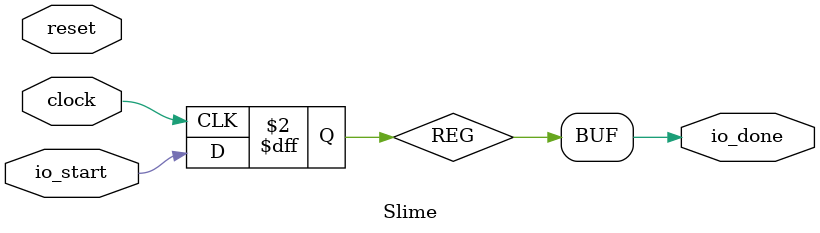
<source format=v>
module Slime(
  input   clock,
  input   reset,
  input   io_start,
  output  io_done
);
`ifdef RANDOMIZE_REG_INIT
  reg [31:0] _RAND_0;
`endif // RANDOMIZE_REG_INIT
  reg  REG; // @[Slime.scala 12:22]
  assign io_done = REG; // @[Slime.scala 12:11]
  always @(posedge clock) begin
    REG <= io_start; // @[Slime.scala 12:22]
  end
// Register and memory initialization
`ifdef RANDOMIZE_GARBAGE_ASSIGN
`define RANDOMIZE
`endif
`ifdef RANDOMIZE_INVALID_ASSIGN
`define RANDOMIZE
`endif
`ifdef RANDOMIZE_REG_INIT
`define RANDOMIZE
`endif
`ifdef RANDOMIZE_MEM_INIT
`define RANDOMIZE
`endif
`ifndef RANDOM
`define RANDOM $random
`endif
`ifdef RANDOMIZE_MEM_INIT
  integer initvar;
`endif
`ifndef SYNTHESIS
`ifdef FIRRTL_BEFORE_INITIAL
`FIRRTL_BEFORE_INITIAL
`endif
initial begin
  `ifdef RANDOMIZE
    `ifdef INIT_RANDOM
      `INIT_RANDOM
    `endif
    `ifndef VERILATOR
      `ifdef RANDOMIZE_DELAY
        #`RANDOMIZE_DELAY begin end
      `else
        #0.002 begin end
      `endif
    `endif
`ifdef RANDOMIZE_REG_INIT
  _RAND_0 = {1{`RANDOM}};
  REG = _RAND_0[0:0];
`endif // RANDOMIZE_REG_INIT
  `endif // RANDOMIZE
end // initial
`ifdef FIRRTL_AFTER_INITIAL
`FIRRTL_AFTER_INITIAL
`endif
`endif // SYNTHESIS
endmodule

</source>
